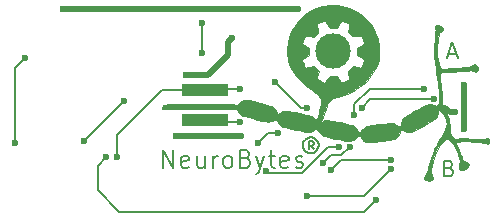
<source format=gbr>
G04 #@! TF.FileFunction,Copper,L1,Top,Signal*
%FSLAX46Y46*%
G04 Gerber Fmt 4.6, Leading zero omitted, Abs format (unit mm)*
G04 Created by KiCad (PCBNEW 4.0.7-e2-6376~58~ubuntu14.04.1) date Wed Aug  8 15:05:29 2018*
%MOMM*%
%LPD*%
G01*
G04 APERTURE LIST*
%ADD10C,0.100000*%
%ADD11C,0.210000*%
%ADD12C,0.150000*%
%ADD13C,0.190000*%
%ADD14C,0.010000*%
%ADD15C,3.000000*%
%ADD16R,4.000000X1.000000*%
%ADD17C,0.600000*%
%ADD18C,0.500000*%
%ADD19C,0.200000*%
G04 APERTURE END LIST*
D10*
D11*
X115507143Y-86278571D02*
X115507143Y-84778571D01*
X116364286Y-86278571D01*
X116364286Y-84778571D01*
X117650000Y-86207143D02*
X117507143Y-86278571D01*
X117221429Y-86278571D01*
X117078572Y-86207143D01*
X117007143Y-86064286D01*
X117007143Y-85492857D01*
X117078572Y-85350000D01*
X117221429Y-85278571D01*
X117507143Y-85278571D01*
X117650000Y-85350000D01*
X117721429Y-85492857D01*
X117721429Y-85635714D01*
X117007143Y-85778571D01*
X119007143Y-85278571D02*
X119007143Y-86278571D01*
X118364286Y-85278571D02*
X118364286Y-86064286D01*
X118435714Y-86207143D01*
X118578572Y-86278571D01*
X118792857Y-86278571D01*
X118935714Y-86207143D01*
X119007143Y-86135714D01*
X119721429Y-86278571D02*
X119721429Y-85278571D01*
X119721429Y-85564286D02*
X119792857Y-85421429D01*
X119864286Y-85350000D01*
X120007143Y-85278571D01*
X120150000Y-85278571D01*
X120864286Y-86278571D02*
X120721428Y-86207143D01*
X120650000Y-86135714D01*
X120578571Y-85992857D01*
X120578571Y-85564286D01*
X120650000Y-85421429D01*
X120721428Y-85350000D01*
X120864286Y-85278571D01*
X121078571Y-85278571D01*
X121221428Y-85350000D01*
X121292857Y-85421429D01*
X121364286Y-85564286D01*
X121364286Y-85992857D01*
X121292857Y-86135714D01*
X121221428Y-86207143D01*
X121078571Y-86278571D01*
X120864286Y-86278571D01*
X122507143Y-85492857D02*
X122721429Y-85564286D01*
X122792857Y-85635714D01*
X122864286Y-85778571D01*
X122864286Y-85992857D01*
X122792857Y-86135714D01*
X122721429Y-86207143D01*
X122578571Y-86278571D01*
X122007143Y-86278571D01*
X122007143Y-84778571D01*
X122507143Y-84778571D01*
X122650000Y-84850000D01*
X122721429Y-84921429D01*
X122792857Y-85064286D01*
X122792857Y-85207143D01*
X122721429Y-85350000D01*
X122650000Y-85421429D01*
X122507143Y-85492857D01*
X122007143Y-85492857D01*
X123364286Y-85278571D02*
X123721429Y-86278571D01*
X124078571Y-85278571D02*
X123721429Y-86278571D01*
X123578571Y-86635714D01*
X123507143Y-86707143D01*
X123364286Y-86778571D01*
X124435714Y-85278571D02*
X125007143Y-85278571D01*
X124650000Y-84778571D02*
X124650000Y-86064286D01*
X124721428Y-86207143D01*
X124864286Y-86278571D01*
X125007143Y-86278571D01*
X126078571Y-86207143D02*
X125935714Y-86278571D01*
X125650000Y-86278571D01*
X125507143Y-86207143D01*
X125435714Y-86064286D01*
X125435714Y-85492857D01*
X125507143Y-85350000D01*
X125650000Y-85278571D01*
X125935714Y-85278571D01*
X126078571Y-85350000D01*
X126150000Y-85492857D01*
X126150000Y-85635714D01*
X125435714Y-85778571D01*
X126721428Y-86207143D02*
X126864285Y-86278571D01*
X127150000Y-86278571D01*
X127292857Y-86207143D01*
X127364285Y-86064286D01*
X127364285Y-85992857D01*
X127292857Y-85850000D01*
X127150000Y-85778571D01*
X126935714Y-85778571D01*
X126792857Y-85707143D01*
X126721428Y-85564286D01*
X126721428Y-85492857D01*
X126792857Y-85350000D01*
X126935714Y-85278571D01*
X127150000Y-85278571D01*
X127292857Y-85350000D01*
D12*
X128238095Y-84709524D02*
X128000000Y-84423810D01*
X127809524Y-84709524D02*
X127809524Y-84042857D01*
X128095238Y-84042857D01*
X128190476Y-84090476D01*
X128238095Y-84185714D01*
X128238095Y-84280952D01*
X128190476Y-84376190D01*
X128095238Y-84423810D01*
X127809524Y-84423810D01*
X128000000Y-83709524D02*
X127761905Y-83757143D01*
X127523809Y-83900000D01*
X127380952Y-84138095D01*
X127333333Y-84376190D01*
X127380952Y-84614286D01*
X127523809Y-84852381D01*
X127761905Y-84995238D01*
X128000000Y-85042857D01*
X128238095Y-84995238D01*
X128476190Y-84852381D01*
X128619047Y-84614286D01*
X128666667Y-84376190D01*
X128619047Y-84138095D01*
X128476190Y-83900000D01*
X128238095Y-83757143D01*
X128000000Y-83709524D01*
D13*
X139695000Y-86305000D02*
X139885000Y-86368333D01*
X139948333Y-86431667D01*
X140011667Y-86558333D01*
X140011667Y-86748333D01*
X139948333Y-86875000D01*
X139885000Y-86938333D01*
X139758333Y-87001667D01*
X139251667Y-87001667D01*
X139251667Y-85671667D01*
X139695000Y-85671667D01*
X139821667Y-85735000D01*
X139885000Y-85798333D01*
X139948333Y-85925000D01*
X139948333Y-86051667D01*
X139885000Y-86178333D01*
X139821667Y-86241667D01*
X139695000Y-86305000D01*
X139251667Y-86305000D01*
X139683333Y-76621667D02*
X140316667Y-76621667D01*
X139556667Y-77001667D02*
X140000000Y-75671667D01*
X140443333Y-77001667D01*
D14*
G36*
X130661232Y-72561389D02*
X131267885Y-72733939D01*
X131825648Y-72992787D01*
X132328595Y-73332167D01*
X132770800Y-73746308D01*
X133146338Y-74229442D01*
X133449284Y-74775800D01*
X133673712Y-75379613D01*
X133715978Y-75535383D01*
X133780720Y-75903475D01*
X133805575Y-76311113D01*
X133791483Y-76723327D01*
X133739383Y-77105142D01*
X133666476Y-77378086D01*
X133429617Y-77914617D01*
X133112069Y-78431935D01*
X132731761Y-78905377D01*
X132306623Y-79310283D01*
X132201273Y-79393489D01*
X131863253Y-79621711D01*
X131480563Y-79833354D01*
X131086718Y-80012320D01*
X130715233Y-80142508D01*
X130560400Y-80181730D01*
X130193045Y-80273999D01*
X129911689Y-80378063D01*
X129700771Y-80502788D01*
X129544733Y-80657035D01*
X129443678Y-80817878D01*
X129403228Y-80910867D01*
X129340149Y-81071595D01*
X129261811Y-81279589D01*
X129175584Y-81514376D01*
X129088836Y-81755484D01*
X129008939Y-81982437D01*
X128943261Y-82174763D01*
X128899173Y-82311989D01*
X128884000Y-82372670D01*
X128925186Y-82366063D01*
X129027407Y-82329007D01*
X129060168Y-82315607D01*
X129221203Y-82265036D01*
X129373170Y-82242119D01*
X129381767Y-82242000D01*
X129495153Y-82252859D01*
X129686709Y-82282611D01*
X129935673Y-82327016D01*
X130221285Y-82381834D01*
X130522781Y-82442826D01*
X130819402Y-82505751D01*
X131090385Y-82566370D01*
X131314968Y-82620443D01*
X131472390Y-82663730D01*
X131511455Y-82676907D01*
X131690452Y-82772263D01*
X131844983Y-82904245D01*
X131950347Y-83047517D01*
X131982800Y-83160297D01*
X132014714Y-83237512D01*
X132109800Y-83258000D01*
X132205762Y-83235313D01*
X132236800Y-83191765D01*
X132278388Y-83098633D01*
X132385106Y-82985034D01*
X132529883Y-82873182D01*
X132685646Y-82785289D01*
X132770200Y-82754086D01*
X132904647Y-82725595D01*
X133117153Y-82690312D01*
X133384642Y-82651144D01*
X133684037Y-82610998D01*
X133992260Y-82572780D01*
X134286236Y-82539398D01*
X134542886Y-82513759D01*
X134739136Y-82498770D01*
X134818239Y-82496097D01*
X135057008Y-82523773D01*
X135256104Y-82619060D01*
X135371115Y-82711975D01*
X135493270Y-82785601D01*
X135584163Y-82765049D01*
X135633969Y-82655451D01*
X135640400Y-82571271D01*
X135689654Y-82310424D01*
X135832638Y-82076971D01*
X135902273Y-82005724D01*
X135989720Y-81942149D01*
X136149082Y-81841593D01*
X136362270Y-81714204D01*
X136611193Y-81570133D01*
X136877762Y-81419530D01*
X137143885Y-81272546D01*
X137391473Y-81139331D01*
X137602436Y-81030035D01*
X137758682Y-80954808D01*
X137819680Y-80929887D01*
X138027053Y-80878049D01*
X138204459Y-80889769D01*
X138402459Y-80968681D01*
X138409532Y-80972271D01*
X138609347Y-81074143D01*
X138737773Y-80945695D01*
X138794736Y-80882889D01*
X138831502Y-80816379D01*
X138852174Y-80723710D01*
X138860855Y-80582429D01*
X138861646Y-80370081D01*
X138860794Y-80272324D01*
X138854110Y-79997890D01*
X138838274Y-79720602D01*
X138811318Y-79423468D01*
X138771275Y-79089497D01*
X138716177Y-78701697D01*
X138644057Y-78243075D01*
X138583314Y-77876301D01*
X138503294Y-77345738D01*
X138455175Y-76876540D01*
X138438002Y-76433932D01*
X138450818Y-75983137D01*
X138492665Y-75489382D01*
X138512717Y-75310791D01*
X138539949Y-75041095D01*
X138557507Y-74787315D01*
X138563972Y-74577299D01*
X138557924Y-74438899D01*
X138557376Y-74435076D01*
X138544097Y-74289774D01*
X138564760Y-74213888D01*
X138606633Y-74185306D01*
X138760657Y-74175714D01*
X138940308Y-74240981D01*
X139074681Y-74334256D01*
X139167385Y-74434513D01*
X139187429Y-74533134D01*
X139176378Y-74593254D01*
X139116312Y-74707786D01*
X139039652Y-74760817D01*
X138954061Y-74806935D01*
X138884552Y-74903251D01*
X138827665Y-75061074D01*
X138779939Y-75291711D01*
X138737911Y-75606471D01*
X138716145Y-75817731D01*
X138681083Y-76362745D01*
X138689290Y-76820839D01*
X138741504Y-77197364D01*
X138838464Y-77497673D01*
X138979790Y-77725785D01*
X139116109Y-77887791D01*
X140007154Y-77856015D01*
X140520280Y-77829421D01*
X140958892Y-77789388D01*
X141316400Y-77736894D01*
X141586216Y-77672917D01*
X141761749Y-77598433D01*
X141767115Y-77594988D01*
X141916128Y-77525848D01*
X142031226Y-77545452D01*
X142114519Y-77630503D01*
X142184618Y-77800403D01*
X142174354Y-77970842D01*
X142091912Y-78101879D01*
X142018538Y-78158919D01*
X141952658Y-78164430D01*
X141850801Y-78118723D01*
X141822926Y-78103808D01*
X141755797Y-78070957D01*
X141686213Y-78049571D01*
X141596762Y-78039555D01*
X141470032Y-78040816D01*
X141288611Y-78053258D01*
X141035088Y-78076787D01*
X140819713Y-78098352D01*
X140492558Y-78127327D01*
X140156777Y-78149908D01*
X139844401Y-78164404D01*
X139587461Y-78169126D01*
X139504077Y-78167796D01*
X139024355Y-78152600D01*
X138974586Y-78322728D01*
X138956764Y-78443831D01*
X138956218Y-78633945D01*
X138973322Y-78903371D01*
X139008445Y-79262414D01*
X139008457Y-79262528D01*
X139041206Y-79585241D01*
X139071596Y-79923305D01*
X139096587Y-80240313D01*
X139113141Y-80499859D01*
X139115105Y-80540200D01*
X139136588Y-80855454D01*
X139173917Y-81098242D01*
X139235478Y-81297425D01*
X139329655Y-81481862D01*
X139434146Y-81638229D01*
X139583429Y-81875202D01*
X139680774Y-82110602D01*
X139734923Y-82375617D01*
X139754621Y-82701432D01*
X139755200Y-82783418D01*
X139765916Y-83098041D01*
X139802332Y-83334760D01*
X139870849Y-83515418D01*
X139977869Y-83661861D01*
X140026756Y-83710136D01*
X140096936Y-83768440D01*
X140168823Y-83802187D01*
X140268517Y-83815469D01*
X140422123Y-83812375D01*
X140604449Y-83800638D01*
X140842053Y-83792413D01*
X141138846Y-83794584D01*
X141453038Y-83806336D01*
X141685246Y-83821786D01*
X142035790Y-83850288D01*
X142299605Y-83869588D01*
X142491170Y-83879375D01*
X142624965Y-83879340D01*
X142715471Y-83869173D01*
X142777168Y-83848565D01*
X142824536Y-83817206D01*
X142847904Y-83796916D01*
X142937067Y-83734729D01*
X143006679Y-83747165D01*
X143030847Y-83765209D01*
X143093001Y-83874053D01*
X143103090Y-84023100D01*
X143059561Y-84164401D01*
X143044500Y-84187224D01*
X142994597Y-84236982D01*
X142928100Y-84245018D01*
X142810562Y-84212771D01*
X142769524Y-84198708D01*
X142602236Y-84157439D01*
X142358544Y-84118927D01*
X142063645Y-84085171D01*
X141742731Y-84058170D01*
X141420998Y-84039926D01*
X141123639Y-84032438D01*
X140875850Y-84037705D01*
X140806177Y-84042868D01*
X140557250Y-84070487D01*
X140399716Y-84107514D01*
X140323523Y-84168970D01*
X140318621Y-84269876D01*
X140374958Y-84425255D01*
X140447557Y-84578800D01*
X140558893Y-84817730D01*
X140672871Y-85079476D01*
X140765008Y-85307799D01*
X140765818Y-85309938D01*
X140841591Y-85499549D01*
X140908936Y-85620803D01*
X140992232Y-85701498D01*
X141115860Y-85769436D01*
X141203000Y-85808435D01*
X141330469Y-85901531D01*
X141371010Y-86009470D01*
X141339061Y-86137962D01*
X141230041Y-86264282D01*
X141067146Y-86369856D01*
X140873571Y-86436107D01*
X140828909Y-86443596D01*
X140674664Y-86444733D01*
X140584738Y-86390195D01*
X140552884Y-86268905D01*
X140572856Y-86069784D01*
X140584475Y-86010107D01*
X140612071Y-85827654D01*
X140607283Y-85662106D01*
X140567599Y-85463143D01*
X140554657Y-85412635D01*
X140464501Y-85129594D01*
X140343773Y-84837004D01*
X140202704Y-84552293D01*
X140051524Y-84292892D01*
X139900463Y-84076232D01*
X139759753Y-83919743D01*
X139639624Y-83840854D01*
X139630581Y-83838258D01*
X139490764Y-83844084D01*
X139337248Y-83932371D01*
X139164347Y-84107784D01*
X138966375Y-84374988D01*
X138954033Y-84393357D01*
X138730135Y-84778206D01*
X138526487Y-85222229D01*
X138360669Y-85683032D01*
X138260697Y-86065371D01*
X138207218Y-86357282D01*
X138185954Y-86577867D01*
X138197467Y-86752343D01*
X138242320Y-86905928D01*
X138281334Y-86990494D01*
X138341168Y-87118165D01*
X138353211Y-87194531D01*
X138319704Y-87256712D01*
X138298860Y-87280635D01*
X138177154Y-87349180D01*
X138003559Y-87370822D01*
X137817231Y-87343748D01*
X137723200Y-87307279D01*
X137607633Y-87204888D01*
X137581176Y-87074631D01*
X137645657Y-86940644D01*
X137692046Y-86895679D01*
X137769004Y-86806831D01*
X137840003Y-86663910D01*
X137913277Y-86448370D01*
X137953768Y-86306000D01*
X138086369Y-85828758D01*
X138203474Y-85432957D01*
X138312290Y-85101004D01*
X138420021Y-84815309D01*
X138533873Y-84558279D01*
X138661051Y-84312325D01*
X138808762Y-84059853D01*
X138984210Y-83783273D01*
X138991961Y-83771378D01*
X139217388Y-83405365D01*
X139375506Y-83096297D01*
X139470616Y-82829043D01*
X139507015Y-82588471D01*
X139489002Y-82359451D01*
X139442342Y-82186080D01*
X139371591Y-82027038D01*
X139267543Y-81850720D01*
X139145197Y-81676148D01*
X139019554Y-81522344D01*
X138905612Y-81408331D01*
X138818372Y-81353129D01*
X138786925Y-81354899D01*
X138756750Y-81420041D01*
X138740249Y-81546070D01*
X138739200Y-81589460D01*
X138733107Y-81715666D01*
X138708794Y-81827084D01*
X138657201Y-81931537D01*
X138569272Y-82036853D01*
X138435951Y-82150855D01*
X138248180Y-82281371D01*
X137996903Y-82436225D01*
X137673063Y-82623244D01*
X137302467Y-82830875D01*
X136974439Y-83009170D01*
X136716660Y-83136845D01*
X136513496Y-83217563D01*
X136349315Y-83254990D01*
X136208482Y-83252788D01*
X136075366Y-83214622D01*
X135943560Y-83149374D01*
X135776990Y-83076526D01*
X135665405Y-83083861D01*
X135596065Y-83175824D01*
X135568108Y-83280430D01*
X135478359Y-83505414D01*
X135313621Y-83698947D01*
X135100449Y-83832975D01*
X135018808Y-83860768D01*
X134898913Y-83885929D01*
X134698936Y-83920464D01*
X134439607Y-83961112D01*
X134141655Y-84004610D01*
X133857712Y-84043485D01*
X133478067Y-84091414D01*
X133183063Y-84121473D01*
X132957188Y-84132869D01*
X132784928Y-84124804D01*
X132650769Y-84096485D01*
X132539200Y-84047116D01*
X132434705Y-83975902D01*
X132427355Y-83970157D01*
X132314620Y-83848157D01*
X132237513Y-83716921D01*
X132150273Y-83593982D01*
X132041771Y-83564909D01*
X131930976Y-83630276D01*
X131876312Y-83706025D01*
X131744217Y-83850217D01*
X131549224Y-83960082D01*
X131328903Y-84016411D01*
X131262196Y-84020000D01*
X131120738Y-84009123D01*
X130909560Y-83979143D01*
X130647291Y-83934032D01*
X130352562Y-83877765D01*
X130044002Y-83814316D01*
X129740241Y-83747657D01*
X129459910Y-83681763D01*
X129221637Y-83620608D01*
X129044055Y-83568166D01*
X128945791Y-83528409D01*
X128940300Y-83524743D01*
X128832777Y-83418458D01*
X128722332Y-83269645D01*
X128689693Y-83215399D01*
X128588770Y-83070228D01*
X128483880Y-83012220D01*
X128353431Y-83037706D01*
X128193367Y-83131000D01*
X127958679Y-83238253D01*
X127806086Y-83258000D01*
X127700446Y-83246752D01*
X127515917Y-83215844D01*
X127272355Y-83169532D01*
X126989616Y-83112070D01*
X126687558Y-83047712D01*
X126386035Y-82980713D01*
X126104905Y-82915328D01*
X125864024Y-82855811D01*
X125683248Y-82806416D01*
X125648039Y-82795597D01*
X125519253Y-82727567D01*
X125381498Y-82615222D01*
X125261865Y-82485983D01*
X125187448Y-82367273D01*
X125175600Y-82317400D01*
X125133985Y-82242012D01*
X125021816Y-82215481D01*
X124858105Y-82238701D01*
X124699861Y-82294998D01*
X124615660Y-82331965D01*
X124542044Y-82358660D01*
X124465596Y-82373471D01*
X124372897Y-82374787D01*
X124250532Y-82360996D01*
X124085080Y-82330486D01*
X123863126Y-82281645D01*
X123571251Y-82212863D01*
X123196037Y-82122526D01*
X123128644Y-82106271D01*
X122750200Y-82012181D01*
X122458243Y-81931207D01*
X122239529Y-81857048D01*
X122080817Y-81783401D01*
X121968865Y-81703965D01*
X121890431Y-81612439D01*
X121832275Y-81502520D01*
X121825290Y-81486013D01*
X121763803Y-81337569D01*
X121069401Y-81299972D01*
X120875232Y-81292877D01*
X120593181Y-81287394D01*
X120236956Y-81283566D01*
X119820264Y-81281436D01*
X119356811Y-81281048D01*
X118860305Y-81282444D01*
X118344452Y-81285667D01*
X117892667Y-81289969D01*
X115410335Y-81317562D01*
X115439395Y-81138487D01*
X115463734Y-81014591D01*
X115485697Y-80943321D01*
X115488389Y-80939476D01*
X115542194Y-80932987D01*
X115685120Y-80924080D01*
X115904733Y-80913306D01*
X116188597Y-80901210D01*
X116524278Y-80888343D01*
X116899340Y-80875251D01*
X117078030Y-80869420D01*
X117423611Y-80860847D01*
X117814798Y-80855356D01*
X118239635Y-80852748D01*
X118686164Y-80852824D01*
X119142429Y-80855387D01*
X119596472Y-80860237D01*
X120036335Y-80867176D01*
X120450062Y-80876005D01*
X120825696Y-80886527D01*
X121151279Y-80898543D01*
X121414854Y-80911854D01*
X121604465Y-80926262D01*
X121708153Y-80941568D01*
X121721006Y-80946480D01*
X121774014Y-80926687D01*
X121865014Y-80850933D01*
X121903926Y-80811537D01*
X122134332Y-80629348D01*
X122395273Y-80530349D01*
X122545068Y-80515561D01*
X122672285Y-80529664D01*
X122872710Y-80567793D01*
X123127242Y-80624833D01*
X123416779Y-80695671D01*
X123722220Y-80775191D01*
X124024464Y-80858278D01*
X124304410Y-80939819D01*
X124542955Y-81014699D01*
X124721000Y-81077803D01*
X124819442Y-81124017D01*
X124820666Y-81124874D01*
X124989580Y-81292131D01*
X125096942Y-81495447D01*
X125124800Y-81655277D01*
X125134364Y-81752039D01*
X125153178Y-81784800D01*
X125205793Y-81755619D01*
X125308749Y-81681128D01*
X125380301Y-81625084D01*
X125499390Y-81540200D01*
X125622202Y-81481757D01*
X125762987Y-81450002D01*
X125935999Y-81445178D01*
X126155489Y-81467529D01*
X126435709Y-81517299D01*
X126790912Y-81594733D01*
X127041653Y-81653548D01*
X127342161Y-81724883D01*
X127607707Y-81787383D01*
X127822918Y-81837472D01*
X127972420Y-81871578D01*
X128040843Y-81886125D01*
X128043186Y-81886400D01*
X128092280Y-81916998D01*
X128189805Y-81994877D01*
X128253038Y-82049160D01*
X128365729Y-82144031D01*
X128430848Y-82177530D01*
X128475959Y-82156668D01*
X128509675Y-82114461D01*
X128582726Y-81975461D01*
X128658779Y-81766219D01*
X128731795Y-81513072D01*
X128795739Y-81242357D01*
X128844574Y-80980411D01*
X128872263Y-80753572D01*
X128872770Y-80588175D01*
X128866993Y-80555555D01*
X128830165Y-80455915D01*
X128763067Y-80348722D01*
X128656196Y-80224409D01*
X128500051Y-80073411D01*
X128285128Y-79886162D01*
X128001925Y-79653096D01*
X127846205Y-79527945D01*
X127409063Y-79166518D01*
X127052210Y-78843850D01*
X126766576Y-78550353D01*
X126543090Y-78276439D01*
X126372681Y-78012518D01*
X126321749Y-77916446D01*
X126153411Y-77518371D01*
X126059538Y-77155851D01*
X127258400Y-77155851D01*
X127277275Y-77218008D01*
X127325005Y-77341104D01*
X127388251Y-77493654D01*
X127453669Y-77644175D01*
X127507919Y-77761182D01*
X127536526Y-77812194D01*
X127589419Y-77809140D01*
X127714606Y-77786762D01*
X127885674Y-77749822D01*
X127896747Y-77747264D01*
X128242239Y-77667139D01*
X128665935Y-78082965D01*
X128597961Y-78371782D01*
X128560684Y-78542305D01*
X128535774Y-78679464D01*
X128529465Y-78736800D01*
X128571520Y-78785130D01*
X128679461Y-78857456D01*
X128825310Y-78938891D01*
X128981088Y-79014545D01*
X129118819Y-79069531D01*
X129188800Y-79087652D01*
X129225956Y-79049638D01*
X129299857Y-78946193D01*
X129395050Y-78799049D01*
X129402504Y-78787040D01*
X129590809Y-78482800D01*
X130198574Y-78482800D01*
X130387642Y-78789114D01*
X130484333Y-78937596D01*
X130562058Y-79042006D01*
X130605210Y-79081546D01*
X130606859Y-79081214D01*
X130666157Y-79056428D01*
X130792300Y-79005259D01*
X130954304Y-78940258D01*
X131114016Y-78869353D01*
X131227380Y-78805436D01*
X131269790Y-78762458D01*
X131257673Y-78688895D01*
X131228035Y-78549529D01*
X131194888Y-78406600D01*
X131121796Y-78101800D01*
X131339935Y-77883030D01*
X131558075Y-77664261D01*
X131899268Y-77749966D01*
X132070604Y-77789955D01*
X132197742Y-77813878D01*
X132254336Y-77816815D01*
X132254832Y-77816335D01*
X132281729Y-77761415D01*
X132333541Y-77644045D01*
X132397788Y-77493823D01*
X132461986Y-77340345D01*
X132513653Y-77213209D01*
X132540306Y-77142013D01*
X132541600Y-77136364D01*
X132501771Y-77102449D01*
X132396950Y-77030986D01*
X132249134Y-76936920D01*
X132236800Y-76929292D01*
X131932000Y-76741158D01*
X131932000Y-76147037D01*
X132224100Y-75957864D01*
X132372182Y-75862147D01*
X132482197Y-75791387D01*
X132530846Y-75760567D01*
X132531071Y-75760440D01*
X132520567Y-75713288D01*
X132479095Y-75596499D01*
X132415239Y-75434020D01*
X132405760Y-75410834D01*
X132265576Y-75069480D01*
X132086088Y-75100537D01*
X131839141Y-75142458D01*
X131669584Y-75164593D01*
X131554564Y-75163724D01*
X131471231Y-75136631D01*
X131396733Y-75080097D01*
X131308312Y-74990998D01*
X131116424Y-74792673D01*
X131196825Y-74445990D01*
X131231290Y-74269261D01*
X131245795Y-74132814D01*
X131237419Y-74064894D01*
X131236313Y-74063774D01*
X131153944Y-74015644D01*
X131017766Y-73956720D01*
X130859428Y-73898181D01*
X130710583Y-73851207D01*
X130602881Y-73826976D01*
X130570243Y-73828516D01*
X130521285Y-73884361D01*
X130439769Y-74001473D01*
X130353475Y-74138066D01*
X130183333Y-74418800D01*
X129892379Y-74418800D01*
X129601425Y-74418799D01*
X129411317Y-74110800D01*
X129311804Y-73954961D01*
X129231084Y-73864125D01*
X129143556Y-73832500D01*
X129023618Y-73854294D01*
X128845672Y-73923715D01*
X128755225Y-73962360D01*
X128615238Y-74026150D01*
X128548571Y-74079640D01*
X128534881Y-74151896D01*
X128550610Y-74254675D01*
X128595066Y-74504445D01*
X128616781Y-74677469D01*
X128613008Y-74796615D01*
X128580999Y-74884750D01*
X128518009Y-74964741D01*
X128458194Y-75024120D01*
X128277587Y-75197641D01*
X127915688Y-75132966D01*
X127733252Y-75106861D01*
X127591303Y-75098625D01*
X127517975Y-75109745D01*
X127515615Y-75111845D01*
X127475637Y-75181565D01*
X127419435Y-75306811D01*
X127358657Y-75457488D01*
X127304952Y-75603504D01*
X127269969Y-75714765D01*
X127264458Y-75760679D01*
X127314022Y-75794743D01*
X127425460Y-75867362D01*
X127574725Y-75962869D01*
X127575900Y-75963615D01*
X127868000Y-76149122D01*
X127868000Y-76730488D01*
X127563200Y-76921016D01*
X127412709Y-77020902D01*
X127303793Y-77104284D01*
X127258604Y-77154096D01*
X127258400Y-77155851D01*
X126059538Y-77155851D01*
X126048023Y-77111386D01*
X126000461Y-76667899D01*
X126003445Y-76202392D01*
X126051961Y-75691531D01*
X126151496Y-75240423D01*
X126312778Y-74815548D01*
X126546533Y-74383392D01*
X126626019Y-74257159D01*
X126992698Y-73781034D01*
X127428201Y-73371490D01*
X127920497Y-73033581D01*
X128457557Y-72772363D01*
X129027351Y-72592892D01*
X129617849Y-72500223D01*
X130217022Y-72499412D01*
X130661232Y-72561389D01*
X130661232Y-72561389D01*
G37*
X130661232Y-72561389D02*
X131267885Y-72733939D01*
X131825648Y-72992787D01*
X132328595Y-73332167D01*
X132770800Y-73746308D01*
X133146338Y-74229442D01*
X133449284Y-74775800D01*
X133673712Y-75379613D01*
X133715978Y-75535383D01*
X133780720Y-75903475D01*
X133805575Y-76311113D01*
X133791483Y-76723327D01*
X133739383Y-77105142D01*
X133666476Y-77378086D01*
X133429617Y-77914617D01*
X133112069Y-78431935D01*
X132731761Y-78905377D01*
X132306623Y-79310283D01*
X132201273Y-79393489D01*
X131863253Y-79621711D01*
X131480563Y-79833354D01*
X131086718Y-80012320D01*
X130715233Y-80142508D01*
X130560400Y-80181730D01*
X130193045Y-80273999D01*
X129911689Y-80378063D01*
X129700771Y-80502788D01*
X129544733Y-80657035D01*
X129443678Y-80817878D01*
X129403228Y-80910867D01*
X129340149Y-81071595D01*
X129261811Y-81279589D01*
X129175584Y-81514376D01*
X129088836Y-81755484D01*
X129008939Y-81982437D01*
X128943261Y-82174763D01*
X128899173Y-82311989D01*
X128884000Y-82372670D01*
X128925186Y-82366063D01*
X129027407Y-82329007D01*
X129060168Y-82315607D01*
X129221203Y-82265036D01*
X129373170Y-82242119D01*
X129381767Y-82242000D01*
X129495153Y-82252859D01*
X129686709Y-82282611D01*
X129935673Y-82327016D01*
X130221285Y-82381834D01*
X130522781Y-82442826D01*
X130819402Y-82505751D01*
X131090385Y-82566370D01*
X131314968Y-82620443D01*
X131472390Y-82663730D01*
X131511455Y-82676907D01*
X131690452Y-82772263D01*
X131844983Y-82904245D01*
X131950347Y-83047517D01*
X131982800Y-83160297D01*
X132014714Y-83237512D01*
X132109800Y-83258000D01*
X132205762Y-83235313D01*
X132236800Y-83191765D01*
X132278388Y-83098633D01*
X132385106Y-82985034D01*
X132529883Y-82873182D01*
X132685646Y-82785289D01*
X132770200Y-82754086D01*
X132904647Y-82725595D01*
X133117153Y-82690312D01*
X133384642Y-82651144D01*
X133684037Y-82610998D01*
X133992260Y-82572780D01*
X134286236Y-82539398D01*
X134542886Y-82513759D01*
X134739136Y-82498770D01*
X134818239Y-82496097D01*
X135057008Y-82523773D01*
X135256104Y-82619060D01*
X135371115Y-82711975D01*
X135493270Y-82785601D01*
X135584163Y-82765049D01*
X135633969Y-82655451D01*
X135640400Y-82571271D01*
X135689654Y-82310424D01*
X135832638Y-82076971D01*
X135902273Y-82005724D01*
X135989720Y-81942149D01*
X136149082Y-81841593D01*
X136362270Y-81714204D01*
X136611193Y-81570133D01*
X136877762Y-81419530D01*
X137143885Y-81272546D01*
X137391473Y-81139331D01*
X137602436Y-81030035D01*
X137758682Y-80954808D01*
X137819680Y-80929887D01*
X138027053Y-80878049D01*
X138204459Y-80889769D01*
X138402459Y-80968681D01*
X138409532Y-80972271D01*
X138609347Y-81074143D01*
X138737773Y-80945695D01*
X138794736Y-80882889D01*
X138831502Y-80816379D01*
X138852174Y-80723710D01*
X138860855Y-80582429D01*
X138861646Y-80370081D01*
X138860794Y-80272324D01*
X138854110Y-79997890D01*
X138838274Y-79720602D01*
X138811318Y-79423468D01*
X138771275Y-79089497D01*
X138716177Y-78701697D01*
X138644057Y-78243075D01*
X138583314Y-77876301D01*
X138503294Y-77345738D01*
X138455175Y-76876540D01*
X138438002Y-76433932D01*
X138450818Y-75983137D01*
X138492665Y-75489382D01*
X138512717Y-75310791D01*
X138539949Y-75041095D01*
X138557507Y-74787315D01*
X138563972Y-74577299D01*
X138557924Y-74438899D01*
X138557376Y-74435076D01*
X138544097Y-74289774D01*
X138564760Y-74213888D01*
X138606633Y-74185306D01*
X138760657Y-74175714D01*
X138940308Y-74240981D01*
X139074681Y-74334256D01*
X139167385Y-74434513D01*
X139187429Y-74533134D01*
X139176378Y-74593254D01*
X139116312Y-74707786D01*
X139039652Y-74760817D01*
X138954061Y-74806935D01*
X138884552Y-74903251D01*
X138827665Y-75061074D01*
X138779939Y-75291711D01*
X138737911Y-75606471D01*
X138716145Y-75817731D01*
X138681083Y-76362745D01*
X138689290Y-76820839D01*
X138741504Y-77197364D01*
X138838464Y-77497673D01*
X138979790Y-77725785D01*
X139116109Y-77887791D01*
X140007154Y-77856015D01*
X140520280Y-77829421D01*
X140958892Y-77789388D01*
X141316400Y-77736894D01*
X141586216Y-77672917D01*
X141761749Y-77598433D01*
X141767115Y-77594988D01*
X141916128Y-77525848D01*
X142031226Y-77545452D01*
X142114519Y-77630503D01*
X142184618Y-77800403D01*
X142174354Y-77970842D01*
X142091912Y-78101879D01*
X142018538Y-78158919D01*
X141952658Y-78164430D01*
X141850801Y-78118723D01*
X141822926Y-78103808D01*
X141755797Y-78070957D01*
X141686213Y-78049571D01*
X141596762Y-78039555D01*
X141470032Y-78040816D01*
X141288611Y-78053258D01*
X141035088Y-78076787D01*
X140819713Y-78098352D01*
X140492558Y-78127327D01*
X140156777Y-78149908D01*
X139844401Y-78164404D01*
X139587461Y-78169126D01*
X139504077Y-78167796D01*
X139024355Y-78152600D01*
X138974586Y-78322728D01*
X138956764Y-78443831D01*
X138956218Y-78633945D01*
X138973322Y-78903371D01*
X139008445Y-79262414D01*
X139008457Y-79262528D01*
X139041206Y-79585241D01*
X139071596Y-79923305D01*
X139096587Y-80240313D01*
X139113141Y-80499859D01*
X139115105Y-80540200D01*
X139136588Y-80855454D01*
X139173917Y-81098242D01*
X139235478Y-81297425D01*
X139329655Y-81481862D01*
X139434146Y-81638229D01*
X139583429Y-81875202D01*
X139680774Y-82110602D01*
X139734923Y-82375617D01*
X139754621Y-82701432D01*
X139755200Y-82783418D01*
X139765916Y-83098041D01*
X139802332Y-83334760D01*
X139870849Y-83515418D01*
X139977869Y-83661861D01*
X140026756Y-83710136D01*
X140096936Y-83768440D01*
X140168823Y-83802187D01*
X140268517Y-83815469D01*
X140422123Y-83812375D01*
X140604449Y-83800638D01*
X140842053Y-83792413D01*
X141138846Y-83794584D01*
X141453038Y-83806336D01*
X141685246Y-83821786D01*
X142035790Y-83850288D01*
X142299605Y-83869588D01*
X142491170Y-83879375D01*
X142624965Y-83879340D01*
X142715471Y-83869173D01*
X142777168Y-83848565D01*
X142824536Y-83817206D01*
X142847904Y-83796916D01*
X142937067Y-83734729D01*
X143006679Y-83747165D01*
X143030847Y-83765209D01*
X143093001Y-83874053D01*
X143103090Y-84023100D01*
X143059561Y-84164401D01*
X143044500Y-84187224D01*
X142994597Y-84236982D01*
X142928100Y-84245018D01*
X142810562Y-84212771D01*
X142769524Y-84198708D01*
X142602236Y-84157439D01*
X142358544Y-84118927D01*
X142063645Y-84085171D01*
X141742731Y-84058170D01*
X141420998Y-84039926D01*
X141123639Y-84032438D01*
X140875850Y-84037705D01*
X140806177Y-84042868D01*
X140557250Y-84070487D01*
X140399716Y-84107514D01*
X140323523Y-84168970D01*
X140318621Y-84269876D01*
X140374958Y-84425255D01*
X140447557Y-84578800D01*
X140558893Y-84817730D01*
X140672871Y-85079476D01*
X140765008Y-85307799D01*
X140765818Y-85309938D01*
X140841591Y-85499549D01*
X140908936Y-85620803D01*
X140992232Y-85701498D01*
X141115860Y-85769436D01*
X141203000Y-85808435D01*
X141330469Y-85901531D01*
X141371010Y-86009470D01*
X141339061Y-86137962D01*
X141230041Y-86264282D01*
X141067146Y-86369856D01*
X140873571Y-86436107D01*
X140828909Y-86443596D01*
X140674664Y-86444733D01*
X140584738Y-86390195D01*
X140552884Y-86268905D01*
X140572856Y-86069784D01*
X140584475Y-86010107D01*
X140612071Y-85827654D01*
X140607283Y-85662106D01*
X140567599Y-85463143D01*
X140554657Y-85412635D01*
X140464501Y-85129594D01*
X140343773Y-84837004D01*
X140202704Y-84552293D01*
X140051524Y-84292892D01*
X139900463Y-84076232D01*
X139759753Y-83919743D01*
X139639624Y-83840854D01*
X139630581Y-83838258D01*
X139490764Y-83844084D01*
X139337248Y-83932371D01*
X139164347Y-84107784D01*
X138966375Y-84374988D01*
X138954033Y-84393357D01*
X138730135Y-84778206D01*
X138526487Y-85222229D01*
X138360669Y-85683032D01*
X138260697Y-86065371D01*
X138207218Y-86357282D01*
X138185954Y-86577867D01*
X138197467Y-86752343D01*
X138242320Y-86905928D01*
X138281334Y-86990494D01*
X138341168Y-87118165D01*
X138353211Y-87194531D01*
X138319704Y-87256712D01*
X138298860Y-87280635D01*
X138177154Y-87349180D01*
X138003559Y-87370822D01*
X137817231Y-87343748D01*
X137723200Y-87307279D01*
X137607633Y-87204888D01*
X137581176Y-87074631D01*
X137645657Y-86940644D01*
X137692046Y-86895679D01*
X137769004Y-86806831D01*
X137840003Y-86663910D01*
X137913277Y-86448370D01*
X137953768Y-86306000D01*
X138086369Y-85828758D01*
X138203474Y-85432957D01*
X138312290Y-85101004D01*
X138420021Y-84815309D01*
X138533873Y-84558279D01*
X138661051Y-84312325D01*
X138808762Y-84059853D01*
X138984210Y-83783273D01*
X138991961Y-83771378D01*
X139217388Y-83405365D01*
X139375506Y-83096297D01*
X139470616Y-82829043D01*
X139507015Y-82588471D01*
X139489002Y-82359451D01*
X139442342Y-82186080D01*
X139371591Y-82027038D01*
X139267543Y-81850720D01*
X139145197Y-81676148D01*
X139019554Y-81522344D01*
X138905612Y-81408331D01*
X138818372Y-81353129D01*
X138786925Y-81354899D01*
X138756750Y-81420041D01*
X138740249Y-81546070D01*
X138739200Y-81589460D01*
X138733107Y-81715666D01*
X138708794Y-81827084D01*
X138657201Y-81931537D01*
X138569272Y-82036853D01*
X138435951Y-82150855D01*
X138248180Y-82281371D01*
X137996903Y-82436225D01*
X137673063Y-82623244D01*
X137302467Y-82830875D01*
X136974439Y-83009170D01*
X136716660Y-83136845D01*
X136513496Y-83217563D01*
X136349315Y-83254990D01*
X136208482Y-83252788D01*
X136075366Y-83214622D01*
X135943560Y-83149374D01*
X135776990Y-83076526D01*
X135665405Y-83083861D01*
X135596065Y-83175824D01*
X135568108Y-83280430D01*
X135478359Y-83505414D01*
X135313621Y-83698947D01*
X135100449Y-83832975D01*
X135018808Y-83860768D01*
X134898913Y-83885929D01*
X134698936Y-83920464D01*
X134439607Y-83961112D01*
X134141655Y-84004610D01*
X133857712Y-84043485D01*
X133478067Y-84091414D01*
X133183063Y-84121473D01*
X132957188Y-84132869D01*
X132784928Y-84124804D01*
X132650769Y-84096485D01*
X132539200Y-84047116D01*
X132434705Y-83975902D01*
X132427355Y-83970157D01*
X132314620Y-83848157D01*
X132237513Y-83716921D01*
X132150273Y-83593982D01*
X132041771Y-83564909D01*
X131930976Y-83630276D01*
X131876312Y-83706025D01*
X131744217Y-83850217D01*
X131549224Y-83960082D01*
X131328903Y-84016411D01*
X131262196Y-84020000D01*
X131120738Y-84009123D01*
X130909560Y-83979143D01*
X130647291Y-83934032D01*
X130352562Y-83877765D01*
X130044002Y-83814316D01*
X129740241Y-83747657D01*
X129459910Y-83681763D01*
X129221637Y-83620608D01*
X129044055Y-83568166D01*
X128945791Y-83528409D01*
X128940300Y-83524743D01*
X128832777Y-83418458D01*
X128722332Y-83269645D01*
X128689693Y-83215399D01*
X128588770Y-83070228D01*
X128483880Y-83012220D01*
X128353431Y-83037706D01*
X128193367Y-83131000D01*
X127958679Y-83238253D01*
X127806086Y-83258000D01*
X127700446Y-83246752D01*
X127515917Y-83215844D01*
X127272355Y-83169532D01*
X126989616Y-83112070D01*
X126687558Y-83047712D01*
X126386035Y-82980713D01*
X126104905Y-82915328D01*
X125864024Y-82855811D01*
X125683248Y-82806416D01*
X125648039Y-82795597D01*
X125519253Y-82727567D01*
X125381498Y-82615222D01*
X125261865Y-82485983D01*
X125187448Y-82367273D01*
X125175600Y-82317400D01*
X125133985Y-82242012D01*
X125021816Y-82215481D01*
X124858105Y-82238701D01*
X124699861Y-82294998D01*
X124615660Y-82331965D01*
X124542044Y-82358660D01*
X124465596Y-82373471D01*
X124372897Y-82374787D01*
X124250532Y-82360996D01*
X124085080Y-82330486D01*
X123863126Y-82281645D01*
X123571251Y-82212863D01*
X123196037Y-82122526D01*
X123128644Y-82106271D01*
X122750200Y-82012181D01*
X122458243Y-81931207D01*
X122239529Y-81857048D01*
X122080817Y-81783401D01*
X121968865Y-81703965D01*
X121890431Y-81612439D01*
X121832275Y-81502520D01*
X121825290Y-81486013D01*
X121763803Y-81337569D01*
X121069401Y-81299972D01*
X120875232Y-81292877D01*
X120593181Y-81287394D01*
X120236956Y-81283566D01*
X119820264Y-81281436D01*
X119356811Y-81281048D01*
X118860305Y-81282444D01*
X118344452Y-81285667D01*
X117892667Y-81289969D01*
X115410335Y-81317562D01*
X115439395Y-81138487D01*
X115463734Y-81014591D01*
X115485697Y-80943321D01*
X115488389Y-80939476D01*
X115542194Y-80932987D01*
X115685120Y-80924080D01*
X115904733Y-80913306D01*
X116188597Y-80901210D01*
X116524278Y-80888343D01*
X116899340Y-80875251D01*
X117078030Y-80869420D01*
X117423611Y-80860847D01*
X117814798Y-80855356D01*
X118239635Y-80852748D01*
X118686164Y-80852824D01*
X119142429Y-80855387D01*
X119596472Y-80860237D01*
X120036335Y-80867176D01*
X120450062Y-80876005D01*
X120825696Y-80886527D01*
X121151279Y-80898543D01*
X121414854Y-80911854D01*
X121604465Y-80926262D01*
X121708153Y-80941568D01*
X121721006Y-80946480D01*
X121774014Y-80926687D01*
X121865014Y-80850933D01*
X121903926Y-80811537D01*
X122134332Y-80629348D01*
X122395273Y-80530349D01*
X122545068Y-80515561D01*
X122672285Y-80529664D01*
X122872710Y-80567793D01*
X123127242Y-80624833D01*
X123416779Y-80695671D01*
X123722220Y-80775191D01*
X124024464Y-80858278D01*
X124304410Y-80939819D01*
X124542955Y-81014699D01*
X124721000Y-81077803D01*
X124819442Y-81124017D01*
X124820666Y-81124874D01*
X124989580Y-81292131D01*
X125096942Y-81495447D01*
X125124800Y-81655277D01*
X125134364Y-81752039D01*
X125153178Y-81784800D01*
X125205793Y-81755619D01*
X125308749Y-81681128D01*
X125380301Y-81625084D01*
X125499390Y-81540200D01*
X125622202Y-81481757D01*
X125762987Y-81450002D01*
X125935999Y-81445178D01*
X126155489Y-81467529D01*
X126435709Y-81517299D01*
X126790912Y-81594733D01*
X127041653Y-81653548D01*
X127342161Y-81724883D01*
X127607707Y-81787383D01*
X127822918Y-81837472D01*
X127972420Y-81871578D01*
X128040843Y-81886125D01*
X128043186Y-81886400D01*
X128092280Y-81916998D01*
X128189805Y-81994877D01*
X128253038Y-82049160D01*
X128365729Y-82144031D01*
X128430848Y-82177530D01*
X128475959Y-82156668D01*
X128509675Y-82114461D01*
X128582726Y-81975461D01*
X128658779Y-81766219D01*
X128731795Y-81513072D01*
X128795739Y-81242357D01*
X128844574Y-80980411D01*
X128872263Y-80753572D01*
X128872770Y-80588175D01*
X128866993Y-80555555D01*
X128830165Y-80455915D01*
X128763067Y-80348722D01*
X128656196Y-80224409D01*
X128500051Y-80073411D01*
X128285128Y-79886162D01*
X128001925Y-79653096D01*
X127846205Y-79527945D01*
X127409063Y-79166518D01*
X127052210Y-78843850D01*
X126766576Y-78550353D01*
X126543090Y-78276439D01*
X126372681Y-78012518D01*
X126321749Y-77916446D01*
X126153411Y-77518371D01*
X126059538Y-77155851D01*
X127258400Y-77155851D01*
X127277275Y-77218008D01*
X127325005Y-77341104D01*
X127388251Y-77493654D01*
X127453669Y-77644175D01*
X127507919Y-77761182D01*
X127536526Y-77812194D01*
X127589419Y-77809140D01*
X127714606Y-77786762D01*
X127885674Y-77749822D01*
X127896747Y-77747264D01*
X128242239Y-77667139D01*
X128665935Y-78082965D01*
X128597961Y-78371782D01*
X128560684Y-78542305D01*
X128535774Y-78679464D01*
X128529465Y-78736800D01*
X128571520Y-78785130D01*
X128679461Y-78857456D01*
X128825310Y-78938891D01*
X128981088Y-79014545D01*
X129118819Y-79069531D01*
X129188800Y-79087652D01*
X129225956Y-79049638D01*
X129299857Y-78946193D01*
X129395050Y-78799049D01*
X129402504Y-78787040D01*
X129590809Y-78482800D01*
X130198574Y-78482800D01*
X130387642Y-78789114D01*
X130484333Y-78937596D01*
X130562058Y-79042006D01*
X130605210Y-79081546D01*
X130606859Y-79081214D01*
X130666157Y-79056428D01*
X130792300Y-79005259D01*
X130954304Y-78940258D01*
X131114016Y-78869353D01*
X131227380Y-78805436D01*
X131269790Y-78762458D01*
X131257673Y-78688895D01*
X131228035Y-78549529D01*
X131194888Y-78406600D01*
X131121796Y-78101800D01*
X131339935Y-77883030D01*
X131558075Y-77664261D01*
X131899268Y-77749966D01*
X132070604Y-77789955D01*
X132197742Y-77813878D01*
X132254336Y-77816815D01*
X132254832Y-77816335D01*
X132281729Y-77761415D01*
X132333541Y-77644045D01*
X132397788Y-77493823D01*
X132461986Y-77340345D01*
X132513653Y-77213209D01*
X132540306Y-77142013D01*
X132541600Y-77136364D01*
X132501771Y-77102449D01*
X132396950Y-77030986D01*
X132249134Y-76936920D01*
X132236800Y-76929292D01*
X131932000Y-76741158D01*
X131932000Y-76147037D01*
X132224100Y-75957864D01*
X132372182Y-75862147D01*
X132482197Y-75791387D01*
X132530846Y-75760567D01*
X132531071Y-75760440D01*
X132520567Y-75713288D01*
X132479095Y-75596499D01*
X132415239Y-75434020D01*
X132405760Y-75410834D01*
X132265576Y-75069480D01*
X132086088Y-75100537D01*
X131839141Y-75142458D01*
X131669584Y-75164593D01*
X131554564Y-75163724D01*
X131471231Y-75136631D01*
X131396733Y-75080097D01*
X131308312Y-74990998D01*
X131116424Y-74792673D01*
X131196825Y-74445990D01*
X131231290Y-74269261D01*
X131245795Y-74132814D01*
X131237419Y-74064894D01*
X131236313Y-74063774D01*
X131153944Y-74015644D01*
X131017766Y-73956720D01*
X130859428Y-73898181D01*
X130710583Y-73851207D01*
X130602881Y-73826976D01*
X130570243Y-73828516D01*
X130521285Y-73884361D01*
X130439769Y-74001473D01*
X130353475Y-74138066D01*
X130183333Y-74418800D01*
X129892379Y-74418800D01*
X129601425Y-74418799D01*
X129411317Y-74110800D01*
X129311804Y-73954961D01*
X129231084Y-73864125D01*
X129143556Y-73832500D01*
X129023618Y-73854294D01*
X128845672Y-73923715D01*
X128755225Y-73962360D01*
X128615238Y-74026150D01*
X128548571Y-74079640D01*
X128534881Y-74151896D01*
X128550610Y-74254675D01*
X128595066Y-74504445D01*
X128616781Y-74677469D01*
X128613008Y-74796615D01*
X128580999Y-74884750D01*
X128518009Y-74964741D01*
X128458194Y-75024120D01*
X128277587Y-75197641D01*
X127915688Y-75132966D01*
X127733252Y-75106861D01*
X127591303Y-75098625D01*
X127517975Y-75109745D01*
X127515615Y-75111845D01*
X127475637Y-75181565D01*
X127419435Y-75306811D01*
X127358657Y-75457488D01*
X127304952Y-75603504D01*
X127269969Y-75714765D01*
X127264458Y-75760679D01*
X127314022Y-75794743D01*
X127425460Y-75867362D01*
X127574725Y-75962869D01*
X127575900Y-75963615D01*
X127868000Y-76149122D01*
X127868000Y-76730488D01*
X127563200Y-76921016D01*
X127412709Y-77020902D01*
X127303793Y-77104284D01*
X127258604Y-77154096D01*
X127258400Y-77155851D01*
X126059538Y-77155851D01*
X126048023Y-77111386D01*
X126000461Y-76667899D01*
X126003445Y-76202392D01*
X126051961Y-75691531D01*
X126151496Y-75240423D01*
X126312778Y-74815548D01*
X126546533Y-74383392D01*
X126626019Y-74257159D01*
X126992698Y-73781034D01*
X127428201Y-73371490D01*
X127920497Y-73033581D01*
X128457557Y-72772363D01*
X129027351Y-72592892D01*
X129617849Y-72500223D01*
X130217022Y-72499412D01*
X130661232Y-72561389D01*
G36*
X130306705Y-75186113D02*
X130600151Y-75304604D01*
X130805901Y-75449981D01*
X131010319Y-75705569D01*
X131148534Y-76014523D01*
X131214089Y-76349365D01*
X131200528Y-76682618D01*
X131144364Y-76890286D01*
X130979345Y-77193901D01*
X130746805Y-77442675D01*
X130464532Y-77628017D01*
X130150309Y-77741341D01*
X129821924Y-77774056D01*
X129497163Y-77717573D01*
X129458849Y-77704235D01*
X129147762Y-77541898D01*
X128887950Y-77311264D01*
X128709509Y-77046312D01*
X128594553Y-76705040D01*
X128571766Y-76358572D01*
X128635189Y-76023280D01*
X128778861Y-75715534D01*
X128996821Y-75451706D01*
X129283109Y-75248169D01*
X129381191Y-75201413D01*
X129664740Y-75128850D01*
X129984073Y-75125640D01*
X130306705Y-75186113D01*
X130306705Y-75186113D01*
G37*
X130306705Y-75186113D02*
X130600151Y-75304604D01*
X130805901Y-75449981D01*
X131010319Y-75705569D01*
X131148534Y-76014523D01*
X131214089Y-76349365D01*
X131200528Y-76682618D01*
X131144364Y-76890286D01*
X130979345Y-77193901D01*
X130746805Y-77442675D01*
X130464532Y-77628017D01*
X130150309Y-77741341D01*
X129821924Y-77774056D01*
X129497163Y-77717573D01*
X129458849Y-77704235D01*
X129147762Y-77541898D01*
X128887950Y-77311264D01*
X128709509Y-77046312D01*
X128594553Y-76705040D01*
X128571766Y-76358572D01*
X128635189Y-76023280D01*
X128778861Y-75715534D01*
X128996821Y-75451706D01*
X129283109Y-75248169D01*
X129381191Y-75201413D01*
X129664740Y-75128850D01*
X129984073Y-75125640D01*
X130306705Y-75186113D01*
D15*
X129875000Y-76400000D03*
D16*
X119050000Y-82270000D03*
X119050000Y-79730000D03*
D17*
X126900000Y-72800000D03*
X107000000Y-72799999D03*
X141000000Y-79305618D03*
X141000000Y-83000000D03*
X122100000Y-83600000D03*
X116600000Y-83600000D03*
X117400000Y-78400000D03*
X121300000Y-75300000D03*
X140200000Y-81600000D03*
X122000000Y-79600000D03*
X111600000Y-85400000D03*
X103800000Y-77000000D03*
X103000000Y-84200000D03*
X108800000Y-84000000D03*
X112200000Y-80600000D03*
X133500000Y-89000000D03*
X125000000Y-79000000D03*
X127700000Y-81200000D03*
X110700000Y-85400000D03*
X122000000Y-82400000D03*
X124250220Y-86553599D03*
X130400000Y-84500000D03*
X131700000Y-81800000D03*
X137600000Y-79600000D03*
X129000000Y-85900000D03*
X131300000Y-84500000D03*
X132300000Y-81200000D03*
X138400000Y-80500000D03*
X129700000Y-86500000D03*
X134800000Y-85600000D03*
X127700000Y-88700000D03*
X134800000Y-86400000D03*
X118800000Y-76600000D03*
X118800000Y-74000000D03*
X125249998Y-83300000D03*
X123500000Y-84200000D03*
D18*
X125000000Y-72799999D02*
X126899999Y-72799999D01*
X126899999Y-72799999D02*
X126900000Y-72800000D01*
X107000000Y-72799999D02*
X125000000Y-72799999D01*
X141000000Y-83000000D02*
X141000000Y-79305618D01*
X116600000Y-83600000D02*
X122100000Y-83600000D01*
X121000001Y-76699999D02*
X119300000Y-78400000D01*
X119300000Y-78400000D02*
X117400000Y-78400000D01*
X121300000Y-75300000D02*
X121000001Y-75599999D01*
X121000001Y-75599999D02*
X121000001Y-76699999D01*
X139375736Y-81200000D02*
X139000000Y-81200000D01*
X140200000Y-81600000D02*
X139775736Y-81600000D01*
X139775736Y-81600000D02*
X139375736Y-81200000D01*
D19*
X111600000Y-83500000D02*
X115370000Y-79730000D01*
X115370000Y-79730000D02*
X119050000Y-79730000D01*
X111600000Y-85400000D02*
X111600000Y-83500000D01*
X122000000Y-79600000D02*
X119180000Y-79600000D01*
X119180000Y-79600000D02*
X119050000Y-79730000D01*
X103000000Y-79200000D02*
X103000000Y-77800000D01*
X103000000Y-77800000D02*
X103800000Y-77000000D01*
X103000000Y-84200000D02*
X103000000Y-79200000D01*
X119000000Y-79680000D02*
X119050000Y-79730000D01*
X112200000Y-80600000D02*
X108800000Y-84000000D01*
X133000000Y-89500000D02*
X133500000Y-89000000D01*
X127700000Y-81200000D02*
X127200000Y-81200000D01*
X127200000Y-81200000D02*
X125000000Y-79000000D01*
X127100000Y-89992596D02*
X132507404Y-89992596D01*
X132507404Y-89992596D02*
X133000000Y-89500000D01*
X113392596Y-89992596D02*
X113600000Y-89992596D01*
X113600000Y-89992596D02*
X127100000Y-89992596D01*
X110000000Y-88200000D02*
X111792596Y-89992596D01*
X111792596Y-89992596D02*
X113600000Y-89992596D01*
X110000000Y-86100000D02*
X110000000Y-88200000D01*
X110700000Y-85400000D02*
X110000000Y-86100000D01*
X122000000Y-82400000D02*
X119180000Y-82400000D01*
X119180000Y-82400000D02*
X119050000Y-82270000D01*
X130400000Y-84500000D02*
X129500000Y-84500000D01*
X127300000Y-86700000D02*
X124396621Y-86700000D01*
X129500000Y-84500000D02*
X127300000Y-86700000D01*
X124396621Y-86700000D02*
X124250220Y-86553599D01*
X131700000Y-81375736D02*
X131700000Y-81800000D01*
X131700000Y-80911996D02*
X131700000Y-81375736D01*
X133011996Y-79600000D02*
X131700000Y-80911996D01*
X137600000Y-79600000D02*
X133011996Y-79600000D01*
X129299999Y-85600001D02*
X129000000Y-85900000D01*
X129700011Y-85199989D02*
X129299999Y-85600001D01*
X130600011Y-85199989D02*
X129700011Y-85199989D01*
X131300000Y-84500000D02*
X130600011Y-85199989D01*
X133000000Y-80500000D02*
X132300000Y-81200000D01*
X137975736Y-80500000D02*
X133000000Y-80500000D01*
X138400000Y-80500000D02*
X137975736Y-80500000D01*
X134800000Y-85600000D02*
X130600000Y-85600000D01*
X130600000Y-85600000D02*
X129700000Y-86500000D01*
X132600000Y-88600000D02*
X132500000Y-88700000D01*
X132500000Y-88700000D02*
X127700000Y-88700000D01*
X134800000Y-86400000D02*
X132600000Y-88600000D01*
X118800000Y-76600000D02*
X118800000Y-74000000D01*
X123500000Y-84200000D02*
X124400000Y-83300000D01*
X124400000Y-83300000D02*
X125249998Y-83300000D01*
M02*

</source>
